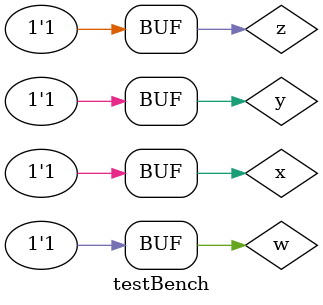
<source format=v>
`timescale 1ns / 1ps


module testBench;
    integer i;
    reg w, x, y, z;
    wire f;
    
// v switch for when testing other design
// circuit1DataFlow uut (
circuit1Struct uut (
    .w(w),
    .x(x),
    .y(y),
    .z(z),
    .f(f));
    
initial 
   begin  
    {w, x, y, z} = 4'b0000;
    #20;
    {w, x, y, z} = 4'b0001;
    #20;
    {w, x, y, z} = 4'b0010;
    #20;
    {w, x, y, z} = 4'b0011;
    #20;
    {w, x, y, z} = 4'b0100;
    #20;
    {w, x, y, z} = 4'b0101;
    #20;
    {w, x, y, z} = 4'b0110;
    #20;
    {w, x, y, z} = 4'b0111;
    #20;
    {w, x, y, z} = 4'b1000;
    #20;
    {w, x, y, z} = 4'b1001;
    #20;
    {w, x, y, z} = 4'b1010;
    #20;
    {w, x, y, z} = 4'b1011;
    #20;
    {w, x, y, z} = 4'b1100;
    #20;
    {w, x, y, z} = 4'b1101;
    #20;
    {w, x, y, z} = 4'b1110;
    #20;
    {w, x, y, z} = 4'b1111;
    #20;
   end
endmodule

</source>
